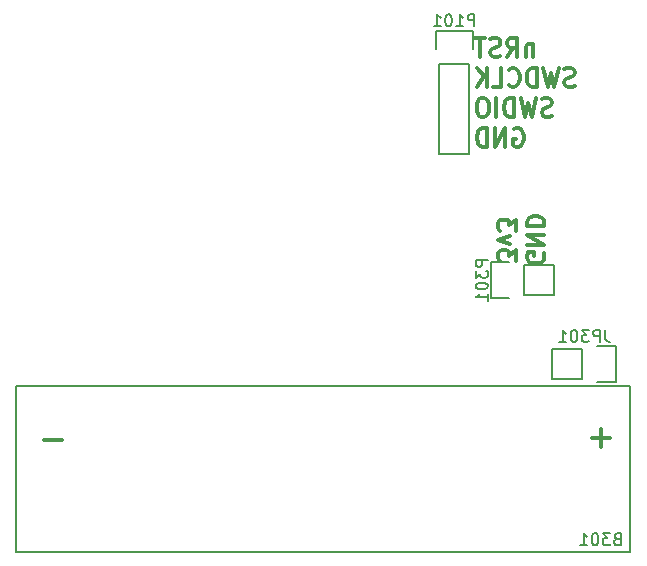
<source format=gbo>
G04 #@! TF.FileFunction,Legend,Bot*
%FSLAX46Y46*%
G04 Gerber Fmt 4.6, Leading zero omitted, Abs format (unit mm)*
G04 Created by KiCad (PCBNEW 4.0.2-stable) date Thursday, February 16, 2017 'PMt' 10:10:23 PM*
%MOMM*%
G01*
G04 APERTURE LIST*
%ADD10C,0.100000*%
%ADD11C,0.300000*%
%ADD12C,0.150000*%
G04 APERTURE END LIST*
D10*
D11*
X186671428Y-65047143D02*
X186671428Y-66113810D01*
X186671428Y-65199524D02*
X186600000Y-65123333D01*
X186457142Y-65047143D01*
X186242857Y-65047143D01*
X186100000Y-65123333D01*
X186028571Y-65275714D01*
X186028571Y-66113810D01*
X184457142Y-66113810D02*
X184957142Y-65351905D01*
X185314285Y-66113810D02*
X185314285Y-64513810D01*
X184742857Y-64513810D01*
X184599999Y-64590000D01*
X184528571Y-64666190D01*
X184457142Y-64818571D01*
X184457142Y-65047143D01*
X184528571Y-65199524D01*
X184599999Y-65275714D01*
X184742857Y-65351905D01*
X185314285Y-65351905D01*
X183885714Y-66037619D02*
X183671428Y-66113810D01*
X183314285Y-66113810D01*
X183171428Y-66037619D01*
X183099999Y-65961429D01*
X183028571Y-65809048D01*
X183028571Y-65656667D01*
X183099999Y-65504286D01*
X183171428Y-65428095D01*
X183314285Y-65351905D01*
X183599999Y-65275714D01*
X183742857Y-65199524D01*
X183814285Y-65123333D01*
X183885714Y-64970952D01*
X183885714Y-64818571D01*
X183814285Y-64666190D01*
X183742857Y-64590000D01*
X183599999Y-64513810D01*
X183242857Y-64513810D01*
X183028571Y-64590000D01*
X182600000Y-64513810D02*
X181742857Y-64513810D01*
X182171428Y-66113810D02*
X182171428Y-64513810D01*
X190171429Y-68577619D02*
X189957143Y-68653810D01*
X189600000Y-68653810D01*
X189457143Y-68577619D01*
X189385714Y-68501429D01*
X189314286Y-68349048D01*
X189314286Y-68196667D01*
X189385714Y-68044286D01*
X189457143Y-67968095D01*
X189600000Y-67891905D01*
X189885714Y-67815714D01*
X190028572Y-67739524D01*
X190100000Y-67663333D01*
X190171429Y-67510952D01*
X190171429Y-67358571D01*
X190100000Y-67206190D01*
X190028572Y-67130000D01*
X189885714Y-67053810D01*
X189528572Y-67053810D01*
X189314286Y-67130000D01*
X188814286Y-67053810D02*
X188457143Y-68653810D01*
X188171429Y-67510952D01*
X187885715Y-68653810D01*
X187528572Y-67053810D01*
X186957143Y-68653810D02*
X186957143Y-67053810D01*
X186600000Y-67053810D01*
X186385715Y-67130000D01*
X186242857Y-67282381D01*
X186171429Y-67434762D01*
X186100000Y-67739524D01*
X186100000Y-67968095D01*
X186171429Y-68272857D01*
X186242857Y-68425238D01*
X186385715Y-68577619D01*
X186600000Y-68653810D01*
X186957143Y-68653810D01*
X184600000Y-68501429D02*
X184671429Y-68577619D01*
X184885715Y-68653810D01*
X185028572Y-68653810D01*
X185242857Y-68577619D01*
X185385715Y-68425238D01*
X185457143Y-68272857D01*
X185528572Y-67968095D01*
X185528572Y-67739524D01*
X185457143Y-67434762D01*
X185385715Y-67282381D01*
X185242857Y-67130000D01*
X185028572Y-67053810D01*
X184885715Y-67053810D01*
X184671429Y-67130000D01*
X184600000Y-67206190D01*
X183242857Y-68653810D02*
X183957143Y-68653810D01*
X183957143Y-67053810D01*
X182742857Y-68653810D02*
X182742857Y-67053810D01*
X181885714Y-68653810D02*
X182528571Y-67739524D01*
X181885714Y-67053810D02*
X182742857Y-67968095D01*
X188242858Y-71117619D02*
X188028572Y-71193810D01*
X187671429Y-71193810D01*
X187528572Y-71117619D01*
X187457143Y-71041429D01*
X187385715Y-70889048D01*
X187385715Y-70736667D01*
X187457143Y-70584286D01*
X187528572Y-70508095D01*
X187671429Y-70431905D01*
X187957143Y-70355714D01*
X188100001Y-70279524D01*
X188171429Y-70203333D01*
X188242858Y-70050952D01*
X188242858Y-69898571D01*
X188171429Y-69746190D01*
X188100001Y-69670000D01*
X187957143Y-69593810D01*
X187600001Y-69593810D01*
X187385715Y-69670000D01*
X186885715Y-69593810D02*
X186528572Y-71193810D01*
X186242858Y-70050952D01*
X185957144Y-71193810D01*
X185600001Y-69593810D01*
X185028572Y-71193810D02*
X185028572Y-69593810D01*
X184671429Y-69593810D01*
X184457144Y-69670000D01*
X184314286Y-69822381D01*
X184242858Y-69974762D01*
X184171429Y-70279524D01*
X184171429Y-70508095D01*
X184242858Y-70812857D01*
X184314286Y-70965238D01*
X184457144Y-71117619D01*
X184671429Y-71193810D01*
X185028572Y-71193810D01*
X183528572Y-71193810D02*
X183528572Y-69593810D01*
X182528572Y-69593810D02*
X182242858Y-69593810D01*
X182100000Y-69670000D01*
X181957143Y-69822381D01*
X181885715Y-70127143D01*
X181885715Y-70660476D01*
X181957143Y-70965238D01*
X182100000Y-71117619D01*
X182242858Y-71193810D01*
X182528572Y-71193810D01*
X182671429Y-71117619D01*
X182814286Y-70965238D01*
X182885715Y-70660476D01*
X182885715Y-70127143D01*
X182814286Y-69822381D01*
X182671429Y-69670000D01*
X182528572Y-69593810D01*
X185028572Y-72210000D02*
X185171429Y-72133810D01*
X185385715Y-72133810D01*
X185600000Y-72210000D01*
X185742858Y-72362381D01*
X185814286Y-72514762D01*
X185885715Y-72819524D01*
X185885715Y-73048095D01*
X185814286Y-73352857D01*
X185742858Y-73505238D01*
X185600000Y-73657619D01*
X185385715Y-73733810D01*
X185242858Y-73733810D01*
X185028572Y-73657619D01*
X184957143Y-73581429D01*
X184957143Y-73048095D01*
X185242858Y-73048095D01*
X184314286Y-73733810D02*
X184314286Y-72133810D01*
X183457143Y-73733810D01*
X183457143Y-72133810D01*
X182742857Y-73733810D02*
X182742857Y-72133810D01*
X182385714Y-72133810D01*
X182171429Y-72210000D01*
X182028571Y-72362381D01*
X181957143Y-72514762D01*
X181885714Y-72819524D01*
X181885714Y-73048095D01*
X181957143Y-73352857D01*
X182028571Y-73505238D01*
X182171429Y-73657619D01*
X182385714Y-73733810D01*
X182742857Y-73733810D01*
X187550000Y-82742857D02*
X187621429Y-82885714D01*
X187621429Y-83100000D01*
X187550000Y-83314285D01*
X187407143Y-83457143D01*
X187264286Y-83528571D01*
X186978571Y-83600000D01*
X186764286Y-83600000D01*
X186478571Y-83528571D01*
X186335714Y-83457143D01*
X186192857Y-83314285D01*
X186121429Y-83100000D01*
X186121429Y-82957143D01*
X186192857Y-82742857D01*
X186264286Y-82671428D01*
X186764286Y-82671428D01*
X186764286Y-82957143D01*
X186121429Y-82028571D02*
X187621429Y-82028571D01*
X186121429Y-81171428D01*
X187621429Y-81171428D01*
X186121429Y-80457142D02*
X187621429Y-80457142D01*
X187621429Y-80099999D01*
X187550000Y-79885714D01*
X187407143Y-79742856D01*
X187264286Y-79671428D01*
X186978571Y-79599999D01*
X186764286Y-79599999D01*
X186478571Y-79671428D01*
X186335714Y-79742856D01*
X186192857Y-79885714D01*
X186121429Y-80099999D01*
X186121429Y-80457142D01*
X185221429Y-83385713D02*
X185221429Y-82457142D01*
X184650000Y-82957142D01*
X184650000Y-82742856D01*
X184578571Y-82599999D01*
X184507143Y-82528570D01*
X184364286Y-82457142D01*
X184007143Y-82457142D01*
X183864286Y-82528570D01*
X183792857Y-82599999D01*
X183721429Y-82742856D01*
X183721429Y-83171428D01*
X183792857Y-83314285D01*
X183864286Y-83385713D01*
X184721429Y-81957142D02*
X183721429Y-81599999D01*
X184721429Y-81242857D01*
X185221429Y-80814285D02*
X185221429Y-79885714D01*
X184650000Y-80385714D01*
X184650000Y-80171428D01*
X184578571Y-80028571D01*
X184507143Y-79957142D01*
X184364286Y-79885714D01*
X184007143Y-79885714D01*
X183864286Y-79957142D01*
X183792857Y-80028571D01*
X183721429Y-80171428D01*
X183721429Y-80600000D01*
X183792857Y-80742857D01*
X183864286Y-80814285D01*
D12*
X194900000Y-94000000D02*
X142900000Y-94000000D01*
X142900000Y-94000000D02*
X142900000Y-108000000D01*
X142900000Y-108000000D02*
X194900000Y-108000000D01*
X194900000Y-108000000D02*
X194900000Y-94000000D01*
X193650000Y-93650000D02*
X192100000Y-93650000D01*
X188290000Y-93370000D02*
X190830000Y-93370000D01*
X190830000Y-93370000D02*
X190830000Y-90830000D01*
X192100000Y-90550000D02*
X193650000Y-90550000D01*
X193650000Y-90550000D02*
X193650000Y-93650000D01*
X190830000Y-90830000D02*
X188290000Y-90830000D01*
X188290000Y-90830000D02*
X188290000Y-93370000D01*
X181270000Y-66700000D02*
X181270000Y-74320000D01*
X178730000Y-66700000D02*
X178730000Y-74320000D01*
X178450000Y-63880000D02*
X178450000Y-65430000D01*
X181270000Y-74320000D02*
X178730000Y-74320000D01*
X178730000Y-66700000D02*
X181270000Y-66700000D01*
X181550000Y-65430000D02*
X181550000Y-63880000D01*
X181550000Y-63880000D02*
X178450000Y-63880000D01*
X185870000Y-86270000D02*
X188410000Y-86270000D01*
X183050000Y-86550000D02*
X184600000Y-86550000D01*
X185870000Y-86270000D02*
X185870000Y-83730000D01*
X184600000Y-83450000D02*
X183050000Y-83450000D01*
X183050000Y-83450000D02*
X183050000Y-86550000D01*
X185870000Y-83730000D02*
X188410000Y-83730000D01*
X188410000Y-83730000D02*
X188410000Y-86270000D01*
X193757142Y-106928571D02*
X193614285Y-106976190D01*
X193566666Y-107023810D01*
X193519047Y-107119048D01*
X193519047Y-107261905D01*
X193566666Y-107357143D01*
X193614285Y-107404762D01*
X193709523Y-107452381D01*
X194090476Y-107452381D01*
X194090476Y-106452381D01*
X193757142Y-106452381D01*
X193661904Y-106500000D01*
X193614285Y-106547619D01*
X193566666Y-106642857D01*
X193566666Y-106738095D01*
X193614285Y-106833333D01*
X193661904Y-106880952D01*
X193757142Y-106928571D01*
X194090476Y-106928571D01*
X193185714Y-106452381D02*
X192566666Y-106452381D01*
X192900000Y-106833333D01*
X192757142Y-106833333D01*
X192661904Y-106880952D01*
X192614285Y-106928571D01*
X192566666Y-107023810D01*
X192566666Y-107261905D01*
X192614285Y-107357143D01*
X192661904Y-107404762D01*
X192757142Y-107452381D01*
X193042857Y-107452381D01*
X193138095Y-107404762D01*
X193185714Y-107357143D01*
X191947619Y-106452381D02*
X191852380Y-106452381D01*
X191757142Y-106500000D01*
X191709523Y-106547619D01*
X191661904Y-106642857D01*
X191614285Y-106833333D01*
X191614285Y-107071429D01*
X191661904Y-107261905D01*
X191709523Y-107357143D01*
X191757142Y-107404762D01*
X191852380Y-107452381D01*
X191947619Y-107452381D01*
X192042857Y-107404762D01*
X192090476Y-107357143D01*
X192138095Y-107261905D01*
X192185714Y-107071429D01*
X192185714Y-106833333D01*
X192138095Y-106642857D01*
X192090476Y-106547619D01*
X192042857Y-106500000D01*
X191947619Y-106452381D01*
X190661904Y-107452381D02*
X191233333Y-107452381D01*
X190947619Y-107452381D02*
X190947619Y-106452381D01*
X191042857Y-106595238D01*
X191138095Y-106690476D01*
X191233333Y-106738095D01*
D11*
X146761905Y-98542857D02*
X145238095Y-98542857D01*
X192442857Y-97638095D02*
X192442857Y-99161905D01*
X193204762Y-98400000D02*
X191680952Y-98400000D01*
D12*
X192785714Y-89252381D02*
X192785714Y-89966667D01*
X192833334Y-90109524D01*
X192928572Y-90204762D01*
X193071429Y-90252381D01*
X193166667Y-90252381D01*
X192309524Y-90252381D02*
X192309524Y-89252381D01*
X191928571Y-89252381D01*
X191833333Y-89300000D01*
X191785714Y-89347619D01*
X191738095Y-89442857D01*
X191738095Y-89585714D01*
X191785714Y-89680952D01*
X191833333Y-89728571D01*
X191928571Y-89776190D01*
X192309524Y-89776190D01*
X191404762Y-89252381D02*
X190785714Y-89252381D01*
X191119048Y-89633333D01*
X190976190Y-89633333D01*
X190880952Y-89680952D01*
X190833333Y-89728571D01*
X190785714Y-89823810D01*
X190785714Y-90061905D01*
X190833333Y-90157143D01*
X190880952Y-90204762D01*
X190976190Y-90252381D01*
X191261905Y-90252381D01*
X191357143Y-90204762D01*
X191404762Y-90157143D01*
X190166667Y-89252381D02*
X190071428Y-89252381D01*
X189976190Y-89300000D01*
X189928571Y-89347619D01*
X189880952Y-89442857D01*
X189833333Y-89633333D01*
X189833333Y-89871429D01*
X189880952Y-90061905D01*
X189928571Y-90157143D01*
X189976190Y-90204762D01*
X190071428Y-90252381D01*
X190166667Y-90252381D01*
X190261905Y-90204762D01*
X190309524Y-90157143D01*
X190357143Y-90061905D01*
X190404762Y-89871429D01*
X190404762Y-89633333D01*
X190357143Y-89442857D01*
X190309524Y-89347619D01*
X190261905Y-89300000D01*
X190166667Y-89252381D01*
X188880952Y-90252381D02*
X189452381Y-90252381D01*
X189166667Y-90252381D02*
X189166667Y-89252381D01*
X189261905Y-89395238D01*
X189357143Y-89490476D01*
X189452381Y-89538095D01*
X181690476Y-63502381D02*
X181690476Y-62502381D01*
X181309523Y-62502381D01*
X181214285Y-62550000D01*
X181166666Y-62597619D01*
X181119047Y-62692857D01*
X181119047Y-62835714D01*
X181166666Y-62930952D01*
X181214285Y-62978571D01*
X181309523Y-63026190D01*
X181690476Y-63026190D01*
X180166666Y-63502381D02*
X180738095Y-63502381D01*
X180452381Y-63502381D02*
X180452381Y-62502381D01*
X180547619Y-62645238D01*
X180642857Y-62740476D01*
X180738095Y-62788095D01*
X179547619Y-62502381D02*
X179452380Y-62502381D01*
X179357142Y-62550000D01*
X179309523Y-62597619D01*
X179261904Y-62692857D01*
X179214285Y-62883333D01*
X179214285Y-63121429D01*
X179261904Y-63311905D01*
X179309523Y-63407143D01*
X179357142Y-63454762D01*
X179452380Y-63502381D01*
X179547619Y-63502381D01*
X179642857Y-63454762D01*
X179690476Y-63407143D01*
X179738095Y-63311905D01*
X179785714Y-63121429D01*
X179785714Y-62883333D01*
X179738095Y-62692857D01*
X179690476Y-62597619D01*
X179642857Y-62550000D01*
X179547619Y-62502381D01*
X178261904Y-63502381D02*
X178833333Y-63502381D01*
X178547619Y-63502381D02*
X178547619Y-62502381D01*
X178642857Y-62645238D01*
X178738095Y-62740476D01*
X178833333Y-62788095D01*
X182802381Y-83309524D02*
X181802381Y-83309524D01*
X181802381Y-83690477D01*
X181850000Y-83785715D01*
X181897619Y-83833334D01*
X181992857Y-83880953D01*
X182135714Y-83880953D01*
X182230952Y-83833334D01*
X182278571Y-83785715D01*
X182326190Y-83690477D01*
X182326190Y-83309524D01*
X181802381Y-84214286D02*
X181802381Y-84833334D01*
X182183333Y-84500000D01*
X182183333Y-84642858D01*
X182230952Y-84738096D01*
X182278571Y-84785715D01*
X182373810Y-84833334D01*
X182611905Y-84833334D01*
X182707143Y-84785715D01*
X182754762Y-84738096D01*
X182802381Y-84642858D01*
X182802381Y-84357143D01*
X182754762Y-84261905D01*
X182707143Y-84214286D01*
X181802381Y-85452381D02*
X181802381Y-85547620D01*
X181850000Y-85642858D01*
X181897619Y-85690477D01*
X181992857Y-85738096D01*
X182183333Y-85785715D01*
X182421429Y-85785715D01*
X182611905Y-85738096D01*
X182707143Y-85690477D01*
X182754762Y-85642858D01*
X182802381Y-85547620D01*
X182802381Y-85452381D01*
X182754762Y-85357143D01*
X182707143Y-85309524D01*
X182611905Y-85261905D01*
X182421429Y-85214286D01*
X182183333Y-85214286D01*
X181992857Y-85261905D01*
X181897619Y-85309524D01*
X181850000Y-85357143D01*
X181802381Y-85452381D01*
X182802381Y-86738096D02*
X182802381Y-86166667D01*
X182802381Y-86452381D02*
X181802381Y-86452381D01*
X181945238Y-86357143D01*
X182040476Y-86261905D01*
X182088095Y-86166667D01*
M02*

</source>
